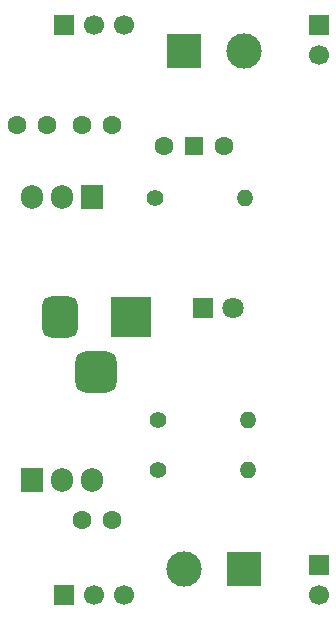
<source format=gbs>
%TF.GenerationSoftware,KiCad,Pcbnew,9.0.1-9.0.1-0~ubuntu24.04.1*%
%TF.CreationDate,2025-04-24T02:26:27+05:30*%
%TF.ProjectId,Bread-Board-Power-Supply,42726561-642d-4426-9f61-72642d506f77,rev?*%
%TF.SameCoordinates,Original*%
%TF.FileFunction,Soldermask,Bot*%
%TF.FilePolarity,Negative*%
%FSLAX46Y46*%
G04 Gerber Fmt 4.6, Leading zero omitted, Abs format (unit mm)*
G04 Created by KiCad (PCBNEW 9.0.1-9.0.1-0~ubuntu24.04.1) date 2025-04-24 02:26:27*
%MOMM*%
%LPD*%
G01*
G04 APERTURE LIST*
G04 Aperture macros list*
%AMRoundRect*
0 Rectangle with rounded corners*
0 $1 Rounding radius*
0 $2 $3 $4 $5 $6 $7 $8 $9 X,Y pos of 4 corners*
0 Add a 4 corners polygon primitive as box body*
4,1,4,$2,$3,$4,$5,$6,$7,$8,$9,$2,$3,0*
0 Add four circle primitives for the rounded corners*
1,1,$1+$1,$2,$3*
1,1,$1+$1,$4,$5*
1,1,$1+$1,$6,$7*
1,1,$1+$1,$8,$9*
0 Add four rect primitives between the rounded corners*
20,1,$1+$1,$2,$3,$4,$5,0*
20,1,$1+$1,$4,$5,$6,$7,0*
20,1,$1+$1,$6,$7,$8,$9,0*
20,1,$1+$1,$8,$9,$2,$3,0*%
G04 Aperture macros list end*
%ADD10C,1.700000*%
%ADD11R,1.700000X1.700000*%
%ADD12O,1.400000X1.400000*%
%ADD13C,1.400000*%
%ADD14C,3.000000*%
%ADD15R,3.000000X3.000000*%
%ADD16C,1.800000*%
%ADD17R,1.800000X1.800000*%
%ADD18C,1.600000*%
%ADD19R,1.500000X1.500000*%
%ADD20RoundRect,0.875000X-0.875000X-0.875000X0.875000X-0.875000X0.875000X0.875000X-0.875000X0.875000X0*%
%ADD21RoundRect,0.750000X-0.750000X-1.000000X0.750000X-1.000000X0.750000X1.000000X-0.750000X1.000000X0*%
%ADD22R,3.500000X3.500000*%
%ADD23O,1.905000X2.000000*%
%ADD24R,1.905000X2.000000*%
G04 APERTURE END LIST*
D10*
%TO.C,J5*%
X67570000Y-71000000D03*
X65030000Y-71000000D03*
D11*
X62490000Y-71000000D03*
%TD*%
D12*
%TO.C,R1*%
X77790000Y-85680000D03*
D13*
X70170000Y-85680000D03*
%TD*%
D14*
%TO.C,J6*%
X72620000Y-117070000D03*
D15*
X77700000Y-117070000D03*
%TD*%
%TO.C,J3*%
X72620000Y-73230000D03*
D14*
X77700000Y-73230000D03*
%TD*%
D11*
%TO.C,J4*%
X62490000Y-119300000D03*
D10*
X65030000Y-119300000D03*
X67570000Y-119300000D03*
%TD*%
D16*
%TO.C,D1*%
X76790000Y-94990000D03*
D17*
X74250000Y-94990000D03*
%TD*%
D18*
%TO.C,SW1*%
X76030000Y-81280000D03*
X70950000Y-81280000D03*
D19*
X73490000Y-81280000D03*
%TD*%
D18*
%TO.C,C1*%
X66500000Y-79455000D03*
X64000000Y-79455000D03*
%TD*%
D12*
%TO.C,R3*%
X78020000Y-104440000D03*
D13*
X70400000Y-104440000D03*
%TD*%
D20*
%TO.C,J7*%
X65150000Y-100442500D03*
D21*
X62150000Y-95742500D03*
D22*
X68150000Y-95742500D03*
%TD*%
D23*
%TO.C,U2*%
X64840000Y-109550000D03*
X62300000Y-109550000D03*
D24*
X59760000Y-109550000D03*
%TD*%
D23*
%TO.C,U1*%
X59760000Y-85555000D03*
X62300000Y-85555000D03*
D24*
X64840000Y-85555000D03*
%TD*%
D18*
%TO.C,C3*%
X66500000Y-112900000D03*
X64000000Y-112900000D03*
%TD*%
%TO.C,C2*%
X58510000Y-79460000D03*
X61010000Y-79460000D03*
%TD*%
D12*
%TO.C,R2*%
X78020000Y-108690000D03*
D13*
X70400000Y-108690000D03*
%TD*%
D11*
%TO.C,J2*%
X84000000Y-116750000D03*
D10*
X84000000Y-119290000D03*
%TD*%
D11*
%TO.C,J1*%
X84000000Y-71000000D03*
D10*
X84000000Y-73540000D03*
%TD*%
M02*

</source>
